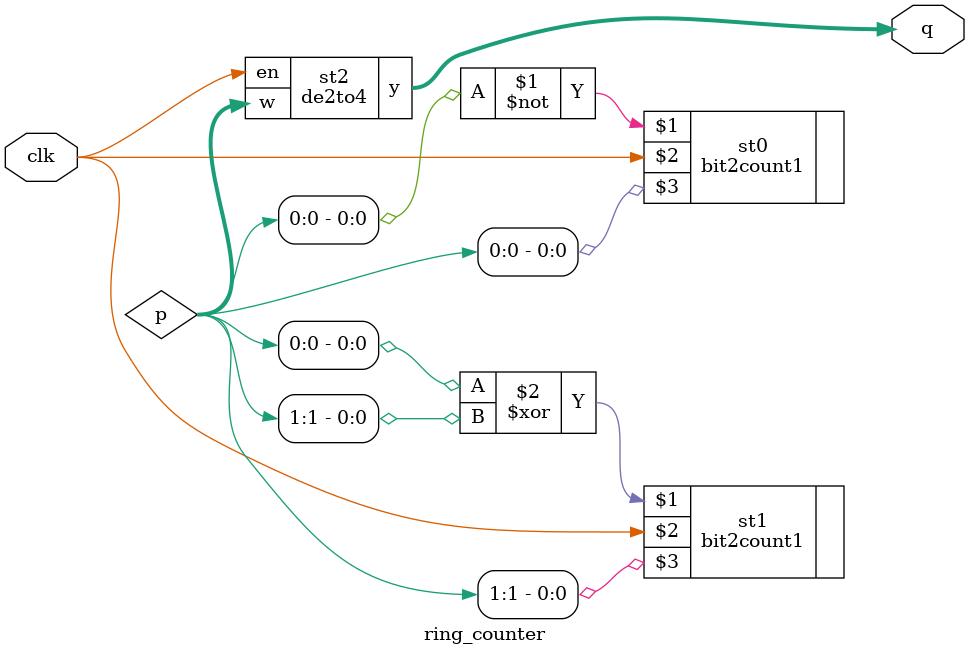
<source format=v>
module de2to4(w,y,en);
input [1:0] w;
input en;
output [3:0] y;
reg [3:0] y;
always @ (negedge en)
begin
case(w)
0:y=1;
1:y=2;
2:y=4;
3:y=8;
endcase
end
endmodule
module ring_counter(clk,q);
input clk;
output [3:0] q;
wire [1:0] p;
bit2count1 st0(~p[0],clk,p[0]);
bit2count1 st1(p[0]^p[1],clk,p[1]);
de2to4 st2(p,q,clk);
endmodule

</source>
